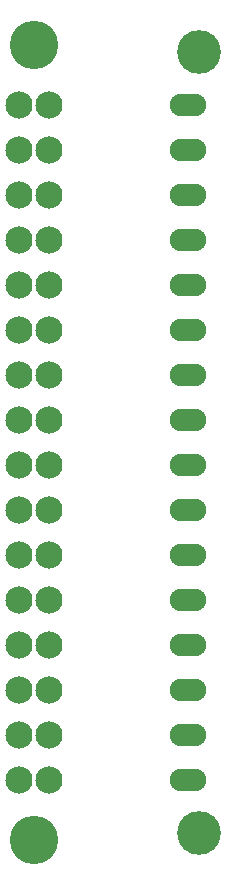
<source format=gbr>
G04 #@! TF.GenerationSoftware,KiCad,Pcbnew,(5.99.0-7355-g8781ce7efb)*
G04 #@! TF.CreationDate,2021-03-09T10:35:05+01:00*
G04 #@! TF.ProjectId,NI9217Filter,4e493932-3137-4466-996c-7465722e6b69,rev?*
G04 #@! TF.SameCoordinates,Original*
G04 #@! TF.FileFunction,Soldermask,Top*
G04 #@! TF.FilePolarity,Negative*
%FSLAX46Y46*%
G04 Gerber Fmt 4.6, Leading zero omitted, Abs format (unit mm)*
G04 Created by KiCad (PCBNEW (5.99.0-7355-g8781ce7efb)) date 2021-03-09 10:35:05*
%MOMM*%
%LPD*%
G01*
G04 APERTURE LIST*
%ADD10O,3.102000X1.902000*%
%ADD11C,3.702000*%
%ADD12C,2.302000*%
%ADD13C,4.102000*%
G04 APERTURE END LIST*
D10*
X150865000Y-130175000D03*
X150865000Y-126365000D03*
X150865000Y-122555000D03*
X150865000Y-118745000D03*
X150865000Y-114935000D03*
X150865000Y-111125000D03*
X150865000Y-107315000D03*
X150865000Y-103505000D03*
X150865000Y-99695000D03*
X150865000Y-95885000D03*
X150865000Y-92075000D03*
X150865000Y-88265000D03*
X150865000Y-84455000D03*
X150865000Y-80645000D03*
X150865000Y-76835000D03*
X150865000Y-73025000D03*
D11*
X151765000Y-134675000D03*
X151765000Y-68525000D03*
D12*
X136525000Y-103505000D03*
X139065000Y-103505000D03*
X136525000Y-107315000D03*
X139065000Y-107315000D03*
X136525000Y-111125000D03*
X139065000Y-111125000D03*
X136525000Y-114935000D03*
X139065000Y-114935000D03*
X136525000Y-118745000D03*
X139065000Y-118745000D03*
X136525000Y-122555000D03*
X139065000Y-122555000D03*
X136525000Y-126365000D03*
X139065000Y-126365000D03*
X136525000Y-130175000D03*
X139065000Y-130175000D03*
X136525000Y-73025000D03*
X139065000Y-73025000D03*
X136525000Y-76835000D03*
X139065000Y-76835000D03*
X136525000Y-80645000D03*
X139065000Y-80645000D03*
X136525000Y-84455000D03*
X139065000Y-84455000D03*
X136525000Y-88265000D03*
X139065000Y-88265000D03*
X136525000Y-92075000D03*
X139065000Y-92075000D03*
X136525000Y-95885000D03*
X139065000Y-95885000D03*
X136525000Y-99695000D03*
X139065000Y-99695000D03*
D13*
X137795000Y-135255000D03*
X137795000Y-67945000D03*
M02*

</source>
